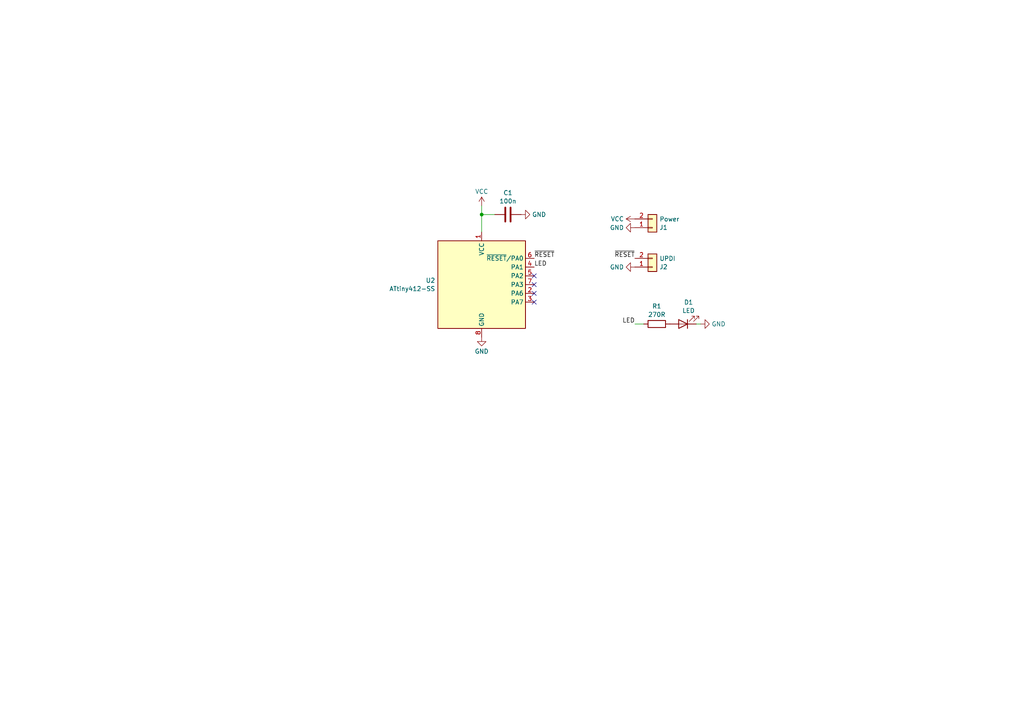
<source format=kicad_sch>
(kicad_sch (version 20230409) (generator eeschema)
  (paper "A4")
  (lib_symbols
    (symbol "Connector_Generic:Conn_01x02" (pin_names (offset 1.016) hide)
      (property "Reference" "J" (at 0 2.54 0))
      (property "Value" "Conn_01x02" (at 0 -5.08 0))
      (symbol "Conn_01x02_1_1"
        (rectangle (start -1.27 -2.413) (end 0 -2.667) (stroke (width 0.1524)))
        (rectangle (start -1.27 0.127) (end 0 -0.127) (stroke (width 0.1524)))
        (rectangle (start -1.27 1.27) (end 1.27 -3.81) (stroke (width 0.254)) (fill (type background)))
        (pin passive line (at -5.08 0 0) (length 3.81) (name "Pin_1") (number "1"))
        (pin passive line (at -5.08 -2.54 0) (length 3.81) (name "Pin_2") (number "2"))
      )
    )
    (symbol "Device:C" (pin_numbers hide) (pin_names (offset 0.254))
      (property "Reference" "C" (at 0.635 2.54 0))
      (property "Value" "C" (at 0.635 -2.54 0))
      (symbol "C_0_1"
        (polyline (pts (xy -2.032 -0.762) (xy 2.032 -0.762)) (stroke (width 0.508)))
        (polyline (pts (xy -2.032 0.762) (xy 2.032 0.762)) (stroke (width 0.508)))
      )
      (symbol "C_1_1"
        (pin passive line (at 0 3.81 270) (length 2.794) (name "~") (number "1"))
        (pin passive line (at 0 -3.81 90) (length 2.794) (name "~") (number "2"))
      )
    )
    (symbol "Device:LED" (pin_numbers hide) (pin_names (offset 1.016) hide)
      (property "Reference" "D" (at 0 2.54 0))
      (property "Value" "LED" (at 0 -2.54 0))
      (symbol "LED_0_1"
        (polyline (pts (xy -1.27 -1.27) (xy -1.27 1.27)) (stroke (width 0.254)))
        (polyline (pts (xy -1.27 0) (xy 1.27 0)))
        (polyline (pts (xy 1.27 -1.27) (xy 1.27 1.27) (xy -1.27 0) (xy 1.27 -1.27)) (stroke (width 0.254)))
        (polyline (pts (xy -3.048 -0.762) (xy -4.572 -2.286) (xy -3.81 -2.286) (xy -4.572 -2.286) (xy -4.572 -1.524)))
        (polyline (pts (xy -1.778 -0.762) (xy -3.302 -2.286) (xy -2.54 -2.286) (xy -3.302 -2.286) (xy -3.302 -1.524)))
      )
      (symbol "LED_1_1"
        (pin passive line (at -3.81 0 0) (length 2.54) (name "K") (number "1"))
        (pin passive line (at 3.81 0 180) (length 2.54) (name "A") (number "2"))
      )
    )
    (symbol "Device:R" (pin_numbers hide) (pin_names (offset 0))
      (property "Reference" "R" (at 2.032 0 90))
      (property "Value" "R" (at 0 0 90))
      (symbol "R_0_1"
        (rectangle (start -1.016 -2.54) (end 1.016 2.54) (stroke (width 0.254)))
      )
      (symbol "R_1_1"
        (pin passive line (at 0 3.81 270) (length 1.27) (name "~") (number "1"))
        (pin passive line (at 0 -3.81 90) (length 1.27) (name "~") (number "2"))
      )
    )
    (symbol "MCU_Microchip_ATtiny:ATtiny412-SS"
      (property "Reference" "U" (at -12.7 13.97 0))
      (property "Value" "ATtiny412-SS" (at 2.54 -13.97 0))
      (symbol "ATtiny412-SS_0_1"
        (rectangle (start -12.7 -12.7) (end 12.7 12.7) (stroke (width 0.254)) (fill (type background)))
      )
      (symbol "ATtiny412-SS_1_1"
        (pin power_in line (at 0 15.24 270) (length 2.54) (name "VCC") (number "1"))
        (pin bidirectional line (at 15.24 -2.54 180) (length 2.54) (name "PA6") (number "2"))
        (pin bidirectional line (at 15.24 -5.08 180) (length 2.54) (name "PA7") (number "3"))
        (pin bidirectional line (at 15.24 5.08 180) (length 2.54) (name "PA1") (number "4"))
        (pin bidirectional line (at 15.24 2.54 180) (length 2.54) (name "PA2") (number "5"))
        (pin bidirectional line (at 15.24 7.62 180) (length 2.54) (name "~{RESET}/PA0") (number "6"))
        (pin bidirectional line (at 15.24 0 180) (length 2.54) (name "PA3") (number "7"))
        (pin power_in line (at 0 -15.24 90) (length 2.54) (name "GND") (number "8"))
      )
    )
    (symbol "power:GND" (power) (pin_names (offset 0))
      (property "Value" "GND" (at 0 -3.81 0))
      (symbol "GND_0_1"
        (polyline (pts (xy 0 0) (xy 0 -1.27) (xy 1.27 -1.27) (xy 0 -2.54) (xy -1.27 -1.27) (xy 0 -1.27)))
      )
      (symbol "GND_1_1"
        (pin power_in line (at 0 0 270) (length 0) hide (name "GND") (number "1"))
      )
    )
    (symbol "power:VCC" (power) (pin_names (offset 0))
      (property "Value" "VCC" (at 0 3.81 0))
      (symbol "VCC_0_1"
        (polyline (pts (xy -0.762 1.27) (xy 0 2.54)))
        (polyline (pts (xy 0 0) (xy 0 2.54)))
        (polyline (pts (xy 0 2.54) (xy 0.762 1.27)))
      )
      (symbol "VCC_1_1"
        (pin power_in line (at 0 0 90) (length 0) hide (name "VCC") (number "1"))
      )
    )
  )
  (junction (at 139.7 62.23))
  (no_connect (at 154.94 87.63))
  (no_connect (at 154.94 85.09))
  (no_connect (at 154.94 80.01))
  (no_connect (at 154.94 82.55))
  (wire (pts (xy 184.15 93.98) (xy 186.69 93.98)))
  (wire (pts (xy 139.7 59.69) (xy 139.7 62.23)))
  (wire (pts (xy 139.7 62.23) (xy 143.51 62.23)))
  (wire (pts (xy 139.7 62.23) (xy 139.7 67.31)))
  (wire (pts (xy 201.93 93.98) (xy 203.2 93.98)))
  (label "~{RESET}" (at 184.15 74.93 180))
  (label "LED" (at 154.94 77.47 0))
  (label "LED" (at 184.15 93.98 180))
  (label "~{RESET}" (at 154.94 74.93 0))
  (symbol (lib_id "Device:LED") (at 198.12 93.98 180) (unit 1)
    (property "Reference" "D1" (at 199.7075 87.6767 0))
    (property "Value" "LED" (at 199.7075 90.1009 0))
    (property "Footprint" "LED_SMD:LED_0805_2012Metric_Pad1.15x1.40mm_HandSolder" (effects hide))
  )
  (symbol (lib_id "power:VCC") (at 139.7 59.69 0) (unit 1)
    (property "Reference" "#PWR02" (effects hide))
    (property "Value" "VCC" (at 139.7 55.5569 0))
  )
  (symbol (lib_id "power:GND") (at 184.15 77.47 270) (unit 1)
    (property "Reference" "#PWR04" (effects hide))
    (property "Value" "GND" (at 180.9751 77.47 90) (effects (justify right)))
  )
  (symbol (lib_id "Device:R") (at 190.5 93.98 90) (unit 1)
    (property "Reference" "R1" (at 190.5 88.8197 90))
    (property "Value" "270R" (at 190.5 91.2439 90))
    (property "Footprint" "Resistor_SMD:R_0805_2012Metric_Pad1.20x1.40mm_HandSolder" (effects hide))
  )
  (symbol (lib_id "power:GND") (at 139.7 97.79 0) (unit 1)
    (property "Reference" "#PWR01" (effects hide))
    (property "Value" "GND" (at 139.7 101.9231 0))
  )
  (symbol (lib_id "Device:C") (at 147.32 62.23 90) (unit 1)
    (property "Reference" "C1" (at 147.32 55.9267 90))
    (property "Value" "100n" (at 147.32 58.3509 90))
    (property "Footprint" "Capacitor_SMD:C_0805_2012Metric_Pad1.18x1.45mm_HandSolder" (effects hide))
  )
  (symbol (lib_id "Connector_Generic:Conn_01x02") (at 189.23 66.04 0) (mirror x) (unit 1)
    (property "Reference" "J1" (at 191.262 65.9821 0) (effects (justify left)))
    (property "Value" "Power" (at 191.262 63.5579 0) (effects (justify left)))
    (property "Footprint" "Connector_PinHeader_2.54mm:PinHeader_1x02_P2.54mm_Vertical" (effects hide))
  )
  (symbol (lib_id "MCU_Microchip_ATtiny:ATtiny412-SS") (at 139.7 82.55 0) (unit 1)
    (property "Reference" "U2" (at 126.238 81.3379 0) (effects (justify right)))
    (property "Value" "ATtiny412-SS" (at 126.238 83.7621 0) (effects (justify right)))
    (property "Footprint" "Package_SO:SOIC-8_3.9x4.9mm_P1.27mm" (effects hide))
    (property "Datasheet" "http://ww1.microchip.com/downloads/en/DeviceDoc/40001911A.pdf" (effects hide))
  )
  (symbol (lib_id "power:GND") (at 184.15 66.04 270) (unit 1)
    (property "Reference" "#PWR06" (effects hide))
    (property "Value" "GND" (at 180.9751 66.04 90) (effects (justify right)))
  )
  (symbol (lib_id "Connector_Generic:Conn_01x02") (at 189.23 77.47 0) (mirror x) (unit 1)
    (property "Reference" "J2" (at 191.262 77.4121 0) (effects (justify left)))
    (property "Value" "UPDI" (at 191.262 74.9879 0) (effects (justify left)))
    (property "Footprint" "Connector_PinHeader_2.54mm:PinHeader_1x02_P2.54mm_Vertical" (effects hide))
  )
  (symbol (lib_id "power:GND") (at 203.2 93.98 90) (unit 1)
    (property "Reference" "#PWR05" (effects hide))
    (property "Value" "GND" (at 206.375 93.98 90) (effects (justify right)))
  )
  (symbol (lib_id "power:VCC") (at 184.15 63.5 90) (unit 1)
    (property "Reference" "#PWR07" (effects hide))
    (property "Value" "VCC" (at 180.975 63.5 90) (effects (justify left)))
  )
  (symbol (lib_id "power:GND") (at 151.13 62.23 90) (unit 1)
    (property "Reference" "#PWR03" (effects hide))
    (property "Value" "GND" (at 154.305 62.23 90) (effects (justify right)))
  )
)
</source>
